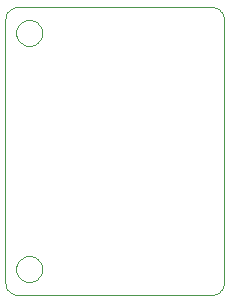
<source format=gbp>
G75*
%MOIN*%
%OFA0B0*%
%FSLAX24Y24*%
%IPPOS*%
%LPD*%
%AMOC8*
5,1,8,0,0,1.08239X$1,22.5*
%
%ADD10C,0.0000*%
D10*
X003193Y001223D02*
X003193Y010022D01*
X003195Y010061D01*
X003201Y010099D01*
X003210Y010136D01*
X003223Y010173D01*
X003240Y010208D01*
X003259Y010241D01*
X003282Y010272D01*
X003308Y010301D01*
X003337Y010327D01*
X003368Y010350D01*
X003401Y010369D01*
X003436Y010386D01*
X003473Y010399D01*
X003510Y010408D01*
X003548Y010414D01*
X003587Y010416D01*
X010080Y010416D01*
X010119Y010414D01*
X010157Y010408D01*
X010194Y010399D01*
X010231Y010386D01*
X010266Y010369D01*
X010299Y010350D01*
X010330Y010327D01*
X010359Y010301D01*
X010385Y010272D01*
X010408Y010241D01*
X010427Y010208D01*
X010444Y010173D01*
X010457Y010136D01*
X010466Y010099D01*
X010472Y010061D01*
X010474Y010022D01*
X010474Y001223D01*
X010472Y001184D01*
X010466Y001146D01*
X010457Y001109D01*
X010444Y001072D01*
X010427Y001037D01*
X010408Y001004D01*
X010385Y000973D01*
X010359Y000944D01*
X010330Y000918D01*
X010299Y000895D01*
X010266Y000876D01*
X010231Y000859D01*
X010194Y000846D01*
X010157Y000837D01*
X010119Y000831D01*
X010080Y000829D01*
X003587Y000829D01*
X003548Y000831D01*
X003510Y000837D01*
X003473Y000846D01*
X003436Y000859D01*
X003401Y000876D01*
X003368Y000895D01*
X003337Y000918D01*
X003308Y000944D01*
X003282Y000973D01*
X003259Y001004D01*
X003240Y001037D01*
X003223Y001072D01*
X003210Y001109D01*
X003201Y001146D01*
X003195Y001184D01*
X003193Y001223D01*
X003548Y001685D02*
X003550Y001726D01*
X003556Y001767D01*
X003566Y001807D01*
X003579Y001846D01*
X003596Y001883D01*
X003617Y001919D01*
X003641Y001953D01*
X003668Y001984D01*
X003697Y002012D01*
X003730Y002038D01*
X003764Y002060D01*
X003801Y002079D01*
X003839Y002094D01*
X003879Y002106D01*
X003919Y002114D01*
X003960Y002118D01*
X004002Y002118D01*
X004043Y002114D01*
X004083Y002106D01*
X004123Y002094D01*
X004161Y002079D01*
X004197Y002060D01*
X004232Y002038D01*
X004265Y002012D01*
X004294Y001984D01*
X004321Y001953D01*
X004345Y001919D01*
X004366Y001883D01*
X004383Y001846D01*
X004396Y001807D01*
X004406Y001767D01*
X004412Y001726D01*
X004414Y001685D01*
X004412Y001644D01*
X004406Y001603D01*
X004396Y001563D01*
X004383Y001524D01*
X004366Y001487D01*
X004345Y001451D01*
X004321Y001417D01*
X004294Y001386D01*
X004265Y001358D01*
X004232Y001332D01*
X004198Y001310D01*
X004161Y001291D01*
X004123Y001276D01*
X004083Y001264D01*
X004043Y001256D01*
X004002Y001252D01*
X003960Y001252D01*
X003919Y001256D01*
X003879Y001264D01*
X003839Y001276D01*
X003801Y001291D01*
X003765Y001310D01*
X003730Y001332D01*
X003697Y001358D01*
X003668Y001386D01*
X003641Y001417D01*
X003617Y001451D01*
X003596Y001487D01*
X003579Y001524D01*
X003566Y001563D01*
X003556Y001603D01*
X003550Y001644D01*
X003548Y001685D01*
X003548Y009559D02*
X003550Y009600D01*
X003556Y009641D01*
X003566Y009681D01*
X003579Y009720D01*
X003596Y009757D01*
X003617Y009793D01*
X003641Y009827D01*
X003668Y009858D01*
X003697Y009886D01*
X003730Y009912D01*
X003764Y009934D01*
X003801Y009953D01*
X003839Y009968D01*
X003879Y009980D01*
X003919Y009988D01*
X003960Y009992D01*
X004002Y009992D01*
X004043Y009988D01*
X004083Y009980D01*
X004123Y009968D01*
X004161Y009953D01*
X004197Y009934D01*
X004232Y009912D01*
X004265Y009886D01*
X004294Y009858D01*
X004321Y009827D01*
X004345Y009793D01*
X004366Y009757D01*
X004383Y009720D01*
X004396Y009681D01*
X004406Y009641D01*
X004412Y009600D01*
X004414Y009559D01*
X004412Y009518D01*
X004406Y009477D01*
X004396Y009437D01*
X004383Y009398D01*
X004366Y009361D01*
X004345Y009325D01*
X004321Y009291D01*
X004294Y009260D01*
X004265Y009232D01*
X004232Y009206D01*
X004198Y009184D01*
X004161Y009165D01*
X004123Y009150D01*
X004083Y009138D01*
X004043Y009130D01*
X004002Y009126D01*
X003960Y009126D01*
X003919Y009130D01*
X003879Y009138D01*
X003839Y009150D01*
X003801Y009165D01*
X003765Y009184D01*
X003730Y009206D01*
X003697Y009232D01*
X003668Y009260D01*
X003641Y009291D01*
X003617Y009325D01*
X003596Y009361D01*
X003579Y009398D01*
X003566Y009437D01*
X003556Y009477D01*
X003550Y009518D01*
X003548Y009559D01*
M02*

</source>
